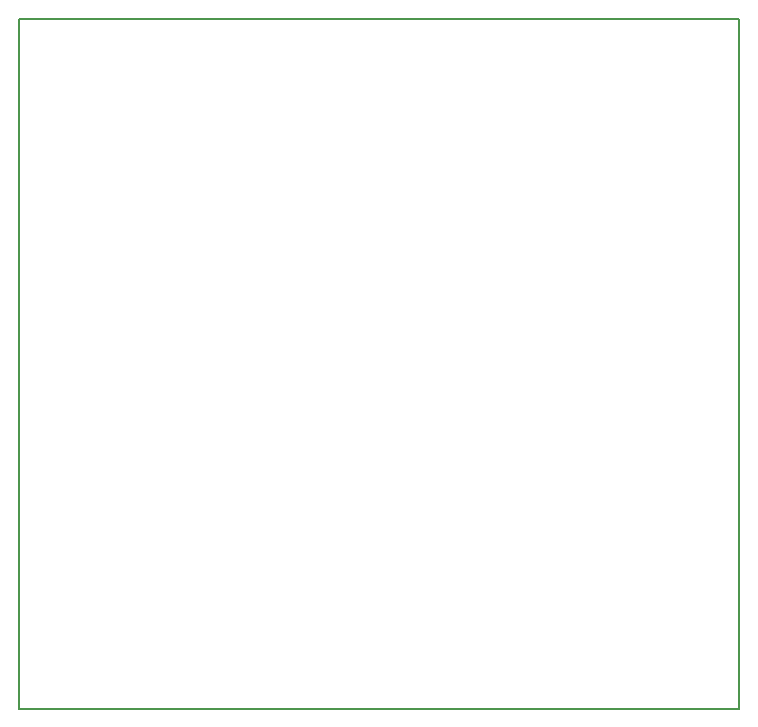
<source format=gbr>
G04 #@! TF.GenerationSoftware,KiCad,Pcbnew,(5.0.0-rc2-dev-179-gab3780148)*
G04 #@! TF.CreationDate,2018-03-20T17:07:23-05:00*
G04 #@! TF.ProjectId,conductivity_sensor_vert,636F6E6475637469766974795F73656E,rev?*
G04 #@! TF.SameCoordinates,Original*
G04 #@! TF.FileFunction,Profile,NP*
%FSLAX46Y46*%
G04 Gerber Fmt 4.6, Leading zero omitted, Abs format (unit mm)*
G04 Created by KiCad (PCBNEW (5.0.0-rc2-dev-179-gab3780148)) date 03/20/18 17:07:23*
%MOMM*%
%LPD*%
G01*
G04 APERTURE LIST*
%ADD10C,0.200000*%
G04 APERTURE END LIST*
D10*
X170180000Y-121920000D02*
X170180000Y-63500000D01*
X109220000Y-121920000D02*
X170180000Y-121920000D01*
X109220000Y-63500000D02*
X109220000Y-121920000D01*
X170180000Y-63500000D02*
X109220000Y-63500000D01*
M02*

</source>
